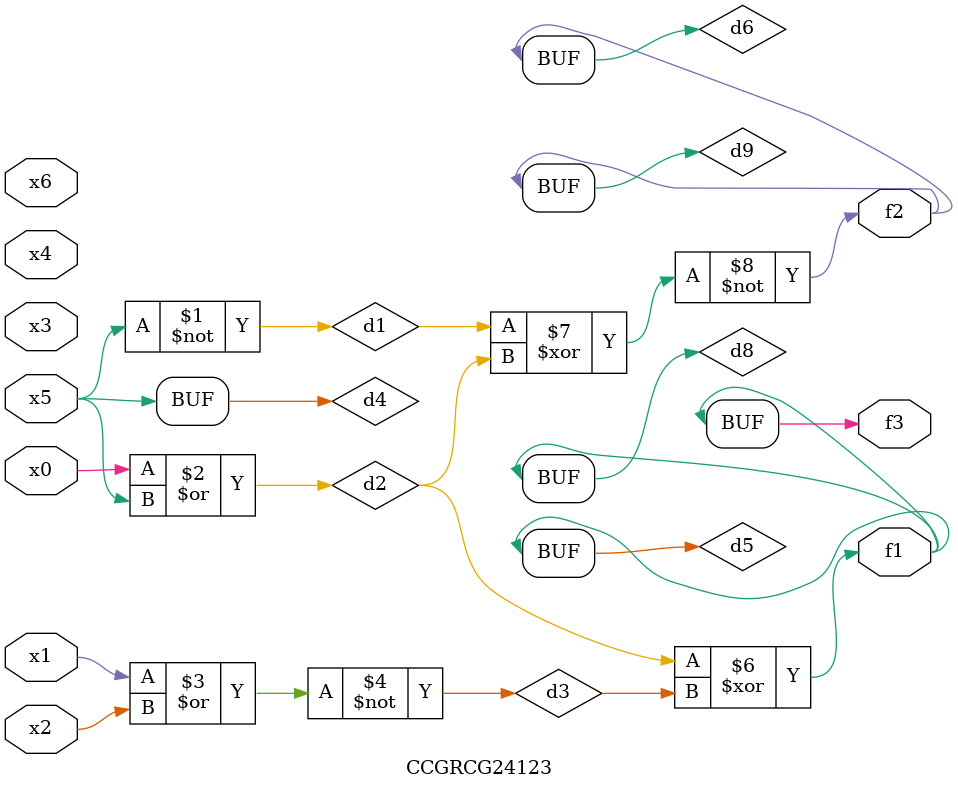
<source format=v>
module CCGRCG24123(
	input x0, x1, x2, x3, x4, x5, x6,
	output f1, f2, f3
);

	wire d1, d2, d3, d4, d5, d6, d7, d8, d9;

	nand (d1, x5);
	or (d2, x0, x5);
	nor (d3, x1, x2);
	xnor (d4, d1);
	xor (d5, d2, d3);
	xnor (d6, d1, d2);
	not (d7, x4);
	buf (d8, d5);
	xor (d9, d6);
	assign f1 = d8;
	assign f2 = d9;
	assign f3 = d8;
endmodule

</source>
